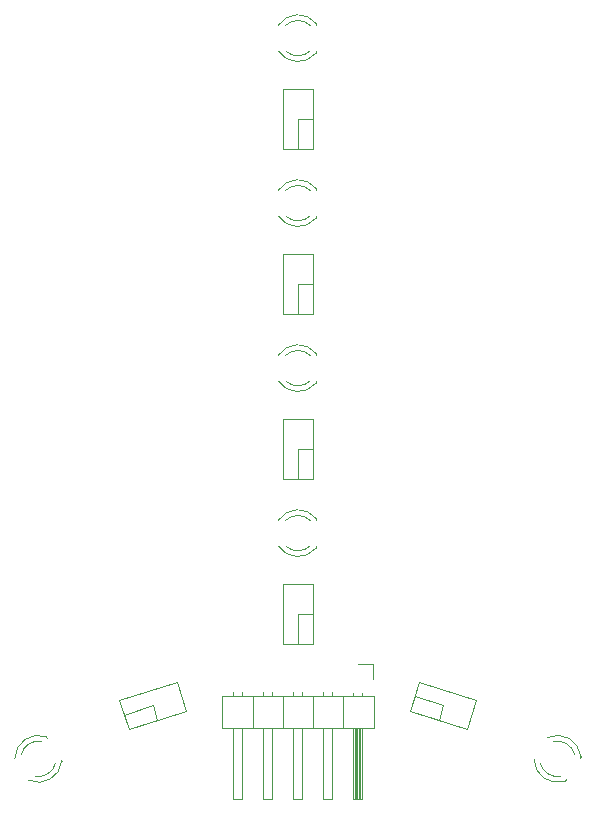
<source format=gbr>
%TF.GenerationSoftware,KiCad,Pcbnew,(6.0.5)*%
%TF.CreationDate,2022-10-18T17:48:47+09:00*%
%TF.ProjectId,line_sensor_right,6c696e65-5f73-4656-9e73-6f725f726967,rev?*%
%TF.SameCoordinates,Original*%
%TF.FileFunction,Legend,Top*%
%TF.FilePolarity,Positive*%
%FSLAX46Y46*%
G04 Gerber Fmt 4.6, Leading zero omitted, Abs format (unit mm)*
G04 Created by KiCad (PCBNEW (6.0.5)) date 2022-10-18 17:48:47*
%MOMM*%
%LPD*%
G01*
G04 APERTURE LIST*
%ADD10C,0.120000*%
G04 APERTURE END LIST*
D10*
%TO.C,D6*%
X160315000Y-70832000D02*
X160315000Y-70676000D01*
X160315000Y-68516000D02*
X160315000Y-68360000D01*
X159795961Y-68516000D02*
G75*
G03*
X157713870Y-68516163I-1040961J-1080000D01*
G01*
X157713870Y-70675837D02*
G75*
G03*
X159795961Y-70676000I1041130J1079837D01*
G01*
X160315000Y-68360484D02*
G75*
G03*
X157082665Y-68517392I-1560000J-1235516D01*
G01*
X157082665Y-70674608D02*
G75*
G03*
X160315000Y-70831516I1672335J1078608D01*
G01*
%TO.C,D3*%
X181378135Y-118523656D02*
X181461954Y-118392087D01*
X182622521Y-116570361D02*
X182706340Y-116438792D01*
X178736577Y-116654180D02*
G75*
G03*
X181378395Y-118523248I1989970J11144D01*
G01*
X182706080Y-116439200D02*
G75*
G03*
X179895649Y-114834803I-1979533J-203836D01*
G01*
X182184768Y-116291482D02*
G75*
G03*
X180428663Y-115172912I-1458221J-351554D01*
G01*
X179268271Y-116994363D02*
G75*
G03*
X181024201Y-118113207I1458276J351327D01*
G01*
%TO.C,D5*%
X160315000Y-96456000D02*
X160315000Y-96300000D01*
X160315000Y-98772000D02*
X160315000Y-98616000D01*
X157082665Y-98614608D02*
G75*
G03*
X160315000Y-98771516I1672335J1078608D01*
G01*
X159795961Y-96456000D02*
G75*
G03*
X157713870Y-96456163I-1040961J-1080000D01*
G01*
X157713870Y-98615837D02*
G75*
G03*
X159795961Y-98616000I1041130J1079837D01*
G01*
X160315000Y-96300484D02*
G75*
G03*
X157082665Y-96457392I-1560000J-1235516D01*
G01*
%TO.C,D7*%
X160315000Y-56862000D02*
X160315000Y-56706000D01*
X160315000Y-54546000D02*
X160315000Y-54390000D01*
X157713870Y-56705837D02*
G75*
G03*
X159795961Y-56706000I1041130J1079837D01*
G01*
X159795961Y-54546000D02*
G75*
G03*
X157713870Y-54546163I-1040961J-1080000D01*
G01*
X157082665Y-56704608D02*
G75*
G03*
X160315000Y-56861516I1672335J1078608D01*
G01*
X160315000Y-54390484D02*
G75*
G03*
X157082665Y-54547392I-1560000J-1235516D01*
G01*
%TO.C,U1*%
X143647998Y-111679364D02*
X148492881Y-110151778D01*
X148492881Y-110151778D02*
X149256673Y-112574219D01*
X149256673Y-112574219D02*
X144411791Y-114101805D01*
X144411791Y-114101805D02*
X143647998Y-111679364D01*
X144029895Y-112890584D02*
X146452336Y-112126792D01*
X146452336Y-112126792D02*
X146834232Y-113338012D01*
X146834232Y-113338012D02*
X144411791Y-114101805D01*
X144411791Y-114101805D02*
X144029895Y-112890584D01*
%TO.C,D1*%
X138761680Y-116841908D02*
X138677861Y-116710339D01*
X137517294Y-114888613D02*
X137433475Y-114757044D01*
X136484003Y-118107788D02*
G75*
G03*
X138240108Y-116989218I297884J1470124D01*
G01*
X135950989Y-118445897D02*
G75*
G03*
X138761420Y-116841500I830898J1808233D01*
G01*
X137433735Y-114757453D02*
G75*
G03*
X134791918Y-116626520I-651848J-1880211D01*
G01*
X137079541Y-115167493D02*
G75*
G03*
X135323611Y-116286337I-297654J-1470171D01*
G01*
%TO.C,U3*%
X168625223Y-111362999D02*
X171047664Y-112126792D01*
X171047664Y-112126792D02*
X170665768Y-113338012D01*
X170665768Y-113338012D02*
X168243327Y-112574219D01*
X168243327Y-112574219D02*
X168625223Y-111362999D01*
X169007119Y-110151778D02*
X173852002Y-111679364D01*
X173852002Y-111679364D02*
X173088209Y-114101805D01*
X173088209Y-114101805D02*
X168243326Y-112574219D01*
X168243326Y-112574219D02*
X169007119Y-110151778D01*
%TO.C,U7*%
X157478000Y-65024000D02*
X160018000Y-65024000D01*
X160018000Y-65024000D02*
X160018000Y-59944000D01*
X160018000Y-59944000D02*
X157478000Y-59944000D01*
X157478000Y-59944000D02*
X157478000Y-65024000D01*
X158748000Y-65024000D02*
X160018000Y-65024000D01*
X160018000Y-65024000D02*
X160018000Y-62484000D01*
X160018000Y-62484000D02*
X158748000Y-62484000D01*
X158748000Y-62484000D02*
X158748000Y-65024000D01*
%TO.C,U6*%
X158748000Y-78994000D02*
X160018000Y-78994000D01*
X160018000Y-78994000D02*
X160018000Y-76454000D01*
X160018000Y-76454000D02*
X158748000Y-76454000D01*
X158748000Y-76454000D02*
X158748000Y-78994000D01*
X157478000Y-78994000D02*
X160018000Y-78994000D01*
X160018000Y-78994000D02*
X160018000Y-73914000D01*
X160018000Y-73914000D02*
X157478000Y-73914000D01*
X157478000Y-73914000D02*
X157478000Y-78994000D01*
%TO.C,J1*%
X154045000Y-114025000D02*
X154045000Y-120025000D01*
X153285000Y-120025000D02*
X153285000Y-114025000D01*
X162555000Y-111365000D02*
X162555000Y-114025000D01*
X152335000Y-111365000D02*
X152335000Y-114025000D01*
X163545000Y-114025000D02*
X163545000Y-120025000D01*
X164205000Y-114025000D02*
X164205000Y-120025000D01*
X164205000Y-120025000D02*
X163445000Y-120025000D01*
X154045000Y-120025000D02*
X153285000Y-120025000D01*
X163445000Y-120025000D02*
X163445000Y-114025000D01*
X163905000Y-114025000D02*
X163905000Y-120025000D01*
X163665000Y-114025000D02*
X163665000Y-120025000D01*
X161665000Y-114025000D02*
X161665000Y-120025000D01*
X158365000Y-110967929D02*
X158365000Y-111365000D01*
X164025000Y-114025000D02*
X164025000Y-120025000D01*
X156585000Y-110967929D02*
X156585000Y-111365000D01*
X163825000Y-108655000D02*
X165095000Y-108655000D01*
X163785000Y-114025000D02*
X163785000Y-120025000D01*
X165155000Y-114025000D02*
X165155000Y-111365000D01*
X159125000Y-120025000D02*
X158365000Y-120025000D01*
X156585000Y-114025000D02*
X156585000Y-120025000D01*
X165155000Y-111365000D02*
X152335000Y-111365000D01*
X155825000Y-110967929D02*
X155825000Y-111365000D01*
X159125000Y-110967929D02*
X159125000Y-111365000D01*
X163445000Y-111035000D02*
X163445000Y-111365000D01*
X152335000Y-114025000D02*
X165155000Y-114025000D01*
X160905000Y-120025000D02*
X160905000Y-114025000D01*
X158365000Y-120025000D02*
X158365000Y-114025000D01*
X160905000Y-110967929D02*
X160905000Y-111365000D01*
X155825000Y-120025000D02*
X155825000Y-114025000D01*
X160015000Y-111365000D02*
X160015000Y-114025000D01*
X154045000Y-110967929D02*
X154045000Y-111365000D01*
X164145000Y-114025000D02*
X164145000Y-120025000D01*
X156585000Y-120025000D02*
X155825000Y-120025000D01*
X165095000Y-108655000D02*
X165095000Y-109925000D01*
X154935000Y-111365000D02*
X154935000Y-114025000D01*
X161665000Y-110967929D02*
X161665000Y-111365000D01*
X161665000Y-120025000D02*
X160905000Y-120025000D01*
X164205000Y-111035000D02*
X164205000Y-111365000D01*
X159125000Y-114025000D02*
X159125000Y-120025000D01*
X153285000Y-110967929D02*
X153285000Y-111365000D01*
X157475000Y-111365000D02*
X157475000Y-114025000D01*
%TO.C,U4*%
X158748000Y-92964000D02*
X160018000Y-92964000D01*
X160018000Y-92964000D02*
X160018000Y-90424000D01*
X160018000Y-90424000D02*
X158748000Y-90424000D01*
X158748000Y-90424000D02*
X158748000Y-92964000D01*
X157478000Y-92964000D02*
X160018000Y-92964000D01*
X160018000Y-92964000D02*
X160018000Y-87884000D01*
X160018000Y-87884000D02*
X157478000Y-87884000D01*
X157478000Y-87884000D02*
X157478000Y-92964000D01*
%TO.C,D4*%
X160315000Y-84802000D02*
X160315000Y-84646000D01*
X160315000Y-82486000D02*
X160315000Y-82330000D01*
X157713870Y-84645837D02*
G75*
G03*
X159795961Y-84646000I1041130J1079837D01*
G01*
X160315000Y-82330484D02*
G75*
G03*
X157082665Y-82487392I-1560000J-1235516D01*
G01*
X159795961Y-82486000D02*
G75*
G03*
X157713870Y-82486163I-1040961J-1080000D01*
G01*
X157082665Y-84644608D02*
G75*
G03*
X160315000Y-84801516I1672335J1078608D01*
G01*
%TO.C,U5*%
X157478000Y-106934000D02*
X160018000Y-106934000D01*
X160018000Y-106934000D02*
X160018000Y-101854000D01*
X160018000Y-101854000D02*
X157478000Y-101854000D01*
X157478000Y-101854000D02*
X157478000Y-106934000D01*
X158748000Y-106934000D02*
X160018000Y-106934000D01*
X160018000Y-106934000D02*
X160018000Y-104394000D01*
X160018000Y-104394000D02*
X158748000Y-104394000D01*
X158748000Y-104394000D02*
X158748000Y-106934000D01*
%TD*%
M02*

</source>
